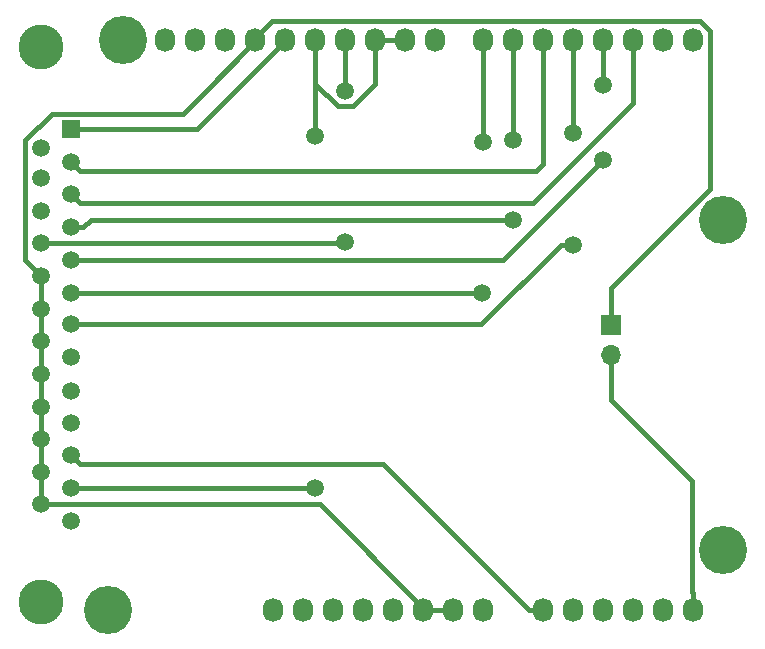
<source format=gbr>
G04 #@! TF.GenerationSoftware,KiCad,Pcbnew,(2017-06-11 revision 44b118f8c)-makepkg*
G04 #@! TF.CreationDate,2017-06-12T04:02:47+02:00*
G04 #@! TF.ProjectId,GRBL_Stepcraft,4752424C5F5374657063726166742E6B,rev?*
G04 #@! TF.FileFunction,Copper,L1,Top,Signal*
G04 #@! TF.FilePolarity,Positive*
%FSLAX46Y46*%
G04 Gerber Fmt 4.6, Leading zero omitted, Abs format (unit mm)*
G04 Created by KiCad (PCBNEW (2017-06-11 revision 44b118f8c)-makepkg) date 06/12/17 04:02:47*
%MOMM*%
%LPD*%
G01*
G04 APERTURE LIST*
%ADD10C,0.100000*%
%ADD11O,1.700000X1.700000*%
%ADD12R,1.700000X1.700000*%
%ADD13O,1.727200X2.032000*%
%ADD14C,4.064000*%
%ADD15C,1.520000*%
%ADD16R,1.520000X1.520000*%
%ADD17C,3.810000*%
%ADD18C,1.500000*%
%ADD19C,0.381000*%
G04 APERTURE END LIST*
D10*
D11*
X97028000Y-52705000D03*
D12*
X97028000Y-50165000D03*
D13*
X68453000Y-74295000D03*
X70993000Y-74295000D03*
X73533000Y-74295000D03*
X76073000Y-74295000D03*
X78613000Y-74295000D03*
X81153000Y-74295000D03*
X83693000Y-74295000D03*
X86233000Y-74295000D03*
X91313000Y-74295000D03*
X93853000Y-74295000D03*
X96393000Y-74295000D03*
X98933000Y-74295000D03*
X101473000Y-74295000D03*
X104013000Y-74295000D03*
X59309000Y-26035000D03*
X61849000Y-26035000D03*
X64389000Y-26035000D03*
X66929000Y-26035000D03*
X69469000Y-26035000D03*
X72009000Y-26035000D03*
X74549000Y-26035000D03*
X77089000Y-26035000D03*
X79629000Y-26035000D03*
X82169000Y-26035000D03*
X86233000Y-26035000D03*
X88773000Y-26035000D03*
X91313000Y-26035000D03*
X93853000Y-26035000D03*
X96393000Y-26035000D03*
X98933000Y-26035000D03*
X101473000Y-26035000D03*
X104013000Y-26035000D03*
D14*
X54483000Y-74295000D03*
X106553000Y-69215000D03*
X55753000Y-26035000D03*
X106553000Y-41275000D03*
D15*
X48768000Y-65400000D03*
X48768000Y-62610000D03*
X48768000Y-59860000D03*
X48768000Y-57170000D03*
X48768000Y-54330000D03*
X48768000Y-51580000D03*
X48768000Y-48840000D03*
X48768000Y-46050000D03*
X48768000Y-43300000D03*
X48768000Y-40560000D03*
X48768000Y-37760000D03*
X48768000Y-35220000D03*
X51308000Y-66800000D03*
X51308000Y-64000000D03*
X51308000Y-61210000D03*
X51308000Y-58540000D03*
X51308000Y-55750000D03*
X51308000Y-52950000D03*
X51308000Y-50160000D03*
X51308000Y-47490000D03*
X51308000Y-44700000D03*
X51308000Y-41910000D03*
X51308000Y-39110000D03*
X51308000Y-36440000D03*
D16*
X51308000Y-33650000D03*
D17*
X48768000Y-26670000D03*
X48768000Y-73660000D03*
D18*
X74549000Y-30353000D03*
X74549000Y-43180000D03*
X72009000Y-64008000D03*
X72009000Y-34163000D03*
X93853000Y-43434000D03*
X93853000Y-33909000D03*
X86106000Y-47498000D03*
X86233000Y-34671000D03*
X96393000Y-29845000D03*
X96393000Y-36195000D03*
X88773000Y-41275000D03*
X88773000Y-34544000D03*
D19*
X105448110Y-25288158D02*
X105448110Y-38671499D01*
X105448110Y-38671499D02*
X97028000Y-47091609D01*
X97028000Y-47091609D02*
X97028000Y-48934000D01*
X97028000Y-48934000D02*
X97028000Y-50165000D01*
X66929000Y-26035000D02*
X66929000Y-25882600D01*
X66929000Y-25882600D02*
X68364110Y-24447490D01*
X68364110Y-24447490D02*
X104607442Y-24447490D01*
X104607442Y-24447490D02*
X105448110Y-25288158D01*
X81153000Y-74295000D02*
X83693000Y-74295000D01*
X48768000Y-65400000D02*
X72410400Y-65400000D01*
X72410400Y-65400000D02*
X81153000Y-74142600D01*
X81153000Y-74142600D02*
X81153000Y-74295000D01*
X48768000Y-46050000D02*
X48768000Y-65400000D01*
X66929000Y-26035000D02*
X66929000Y-26187400D01*
X47436499Y-44718499D02*
X48008001Y-45290001D01*
X66929000Y-26187400D02*
X60797901Y-32318499D01*
X60797901Y-32318499D02*
X49698879Y-32318499D01*
X49698879Y-32318499D02*
X47436499Y-34580879D01*
X47436499Y-34580879D02*
X47436499Y-44718499D01*
X48008001Y-45290001D02*
X48768000Y-46050000D01*
X66929000Y-26187400D02*
X63779400Y-29337000D01*
X74549000Y-30353000D02*
X74549000Y-29292340D01*
X74549000Y-29292340D02*
X74549000Y-26035000D01*
X48768000Y-43300000D02*
X74429000Y-43300000D01*
X74429000Y-43300000D02*
X74549000Y-43180000D01*
X72009000Y-27432000D02*
X72009000Y-26035000D01*
X72009000Y-29768822D02*
X72009000Y-27432000D01*
X73914679Y-31674501D02*
X72009000Y-29768822D01*
X75183321Y-31674501D02*
X73914679Y-31674501D01*
X77089000Y-29768822D02*
X75183321Y-31674501D01*
X77089000Y-26035000D02*
X77089000Y-29768822D01*
X72009000Y-64008000D02*
X51316000Y-64008000D01*
X51316000Y-64008000D02*
X51308000Y-64000000D01*
X72009000Y-26035000D02*
X72009000Y-34163000D01*
X77089000Y-26035000D02*
X79629000Y-26035000D01*
X51308000Y-61210000D02*
X52067999Y-61969999D01*
X52067999Y-61969999D02*
X77743399Y-61969999D01*
X77743399Y-61969999D02*
X90068400Y-74295000D01*
X90068400Y-74295000D02*
X91313000Y-74295000D01*
X93853000Y-43434000D02*
X92792340Y-43434000D01*
X52382802Y-50160000D02*
X51308000Y-50160000D01*
X92792340Y-43434000D02*
X86066340Y-50160000D01*
X86066340Y-50160000D02*
X52382802Y-50160000D01*
X93853000Y-26035000D02*
X93853000Y-33909000D01*
X86106000Y-47498000D02*
X51316000Y-47498000D01*
X51316000Y-47498000D02*
X51308000Y-47490000D01*
X86233000Y-26035000D02*
X86233000Y-34671000D01*
X96393000Y-29845000D02*
X96393000Y-26035000D01*
X51308000Y-44700000D02*
X87888000Y-44700000D01*
X87888000Y-44700000D02*
X96393000Y-36195000D01*
X51308000Y-41910000D02*
X52382802Y-41910000D01*
X52382802Y-41910000D02*
X53017802Y-41275000D01*
X53017802Y-41275000D02*
X87712340Y-41275000D01*
X87712340Y-41275000D02*
X88773000Y-41275000D01*
X88773000Y-26035000D02*
X88773000Y-34544000D01*
X88773000Y-31115000D02*
X88773000Y-26035000D01*
X51308000Y-39110000D02*
X52067999Y-39869999D01*
X52067999Y-39869999D02*
X90432001Y-39869999D01*
X90432001Y-39869999D02*
X98933000Y-31369000D01*
X98933000Y-31369000D02*
X98933000Y-26035000D01*
X91313000Y-26035000D02*
X91313000Y-36576000D01*
X91313000Y-36576000D02*
X90689001Y-37199999D01*
X90689001Y-37199999D02*
X52067999Y-37199999D01*
X52067999Y-37199999D02*
X51308000Y-36440000D01*
X51308000Y-33650000D02*
X62006400Y-33650000D01*
X62006400Y-33650000D02*
X69469000Y-26187400D01*
X69469000Y-26187400D02*
X69469000Y-26035000D01*
X97028000Y-56515000D02*
X103949499Y-63436499D01*
X103949499Y-63436499D02*
X103949499Y-72834499D01*
X103949499Y-72834499D02*
X104013000Y-72898000D01*
X104013000Y-72898000D02*
X104013000Y-74295000D01*
X97028000Y-52705000D02*
X97028000Y-56515000D01*
X104013000Y-74142600D02*
X104013000Y-74295000D01*
M02*

</source>
